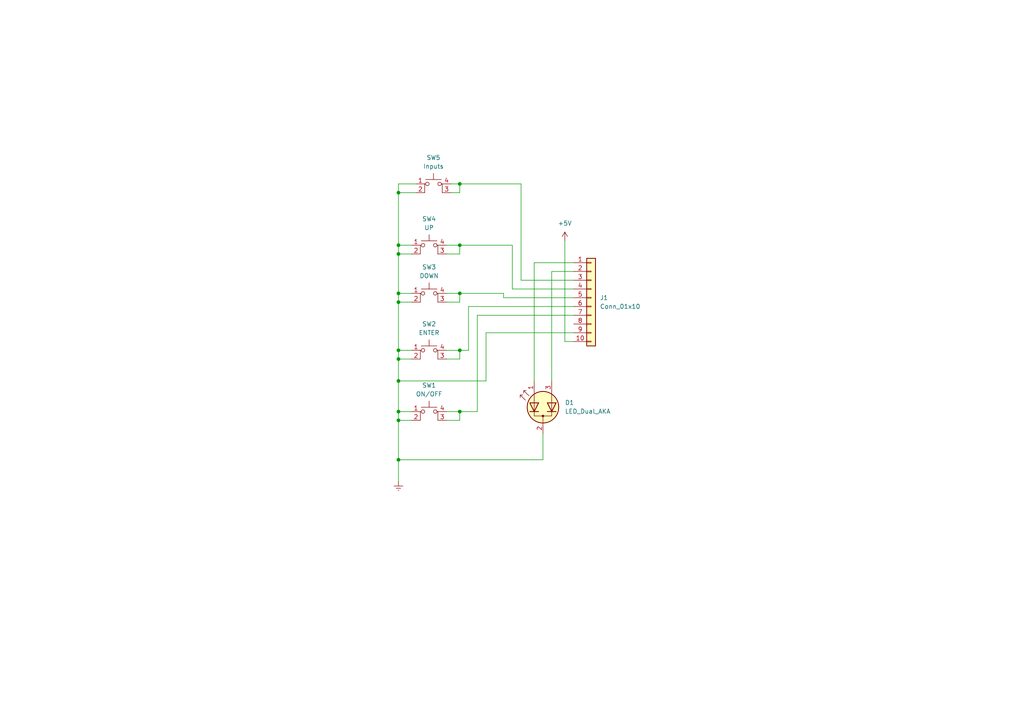
<source format=kicad_sch>
(kicad_sch (version 20230121) (generator eeschema)
  (paper "A4")
  (lib_symbols
    (symbol "Connector_Generic:Conn_01x10" (pin_names (offset 1.016) hide)
      (property "Reference" "J" (at 0 12.7 0))
      (property "Value" "Conn_01x10" (at 0 -15.24 0))
      (symbol "Conn_01x10_1_1"
        (rectangle (start -1.27 -12.573) (end 0 -12.827) (stroke (width 0.1524)))
        (rectangle (start -1.27 -10.033) (end 0 -10.287) (stroke (width 0.1524)))
        (rectangle (start -1.27 -7.493) (end 0 -7.747) (stroke (width 0.1524)))
        (rectangle (start -1.27 -4.953) (end 0 -5.207) (stroke (width 0.1524)))
        (rectangle (start -1.27 -2.413) (end 0 -2.667) (stroke (width 0.1524)))
        (rectangle (start -1.27 0.127) (end 0 -0.127) (stroke (width 0.1524)))
        (rectangle (start -1.27 2.667) (end 0 2.413) (stroke (width 0.1524)))
        (rectangle (start -1.27 5.207) (end 0 4.953) (stroke (width 0.1524)))
        (rectangle (start -1.27 7.747) (end 0 7.493) (stroke (width 0.1524)))
        (rectangle (start -1.27 10.287) (end 0 10.033) (stroke (width 0.1524)))
        (rectangle (start -1.27 11.43) (end 1.27 -13.97) (stroke (width 0.254)) (fill (type background)))
        (pin passive line (at -5.08 10.16 0) (length 3.81) (name "Pin_1") (number "1"))
        (pin passive line (at -5.08 -12.7 0) (length 3.81) (name "Pin_10") (number "10"))
        (pin passive line (at -5.08 7.62 0) (length 3.81) (name "Pin_2") (number "2"))
        (pin passive line (at -5.08 5.08 0) (length 3.81) (name "Pin_3") (number "3"))
        (pin passive line (at -5.08 2.54 0) (length 3.81) (name "Pin_4") (number "4"))
        (pin passive line (at -5.08 0 0) (length 3.81) (name "Pin_5") (number "5"))
        (pin passive line (at -5.08 -2.54 0) (length 3.81) (name "Pin_6") (number "6"))
        (pin passive line (at -5.08 -5.08 0) (length 3.81) (name "Pin_7") (number "7"))
        (pin passive line (at -5.08 -7.62 0) (length 3.81) (name "Pin_8") (number "8"))
        (pin passive line (at -5.08 -10.16 0) (length 3.81) (name "Pin_9") (number "9"))
      )
    )
    (symbol "Device:LED_Dual_AKA" (pin_names (offset 0) hide)
      (property "Reference" "D" (at 0 5.715 0))
      (property "Value" "LED_Dual_AKA" (at 0 -6.35 0))
      (symbol "LED_Dual_AKA_0_1"
        (circle (center -2.54 0) (radius 0.2794) (fill (type outline)))
        (polyline (pts (xy -4.572 0) (xy -2.54 0)))
        (polyline (pts (xy -1.27 -1.27) (xy -1.27 -3.81)) (stroke (width 0.254)))
        (polyline (pts (xy -1.27 1.27) (xy -1.27 3.81)) (stroke (width 0.254)))
        (polyline (pts (xy 3.81 -2.54) (xy 1.905 -2.54)))
        (polyline (pts (xy 3.81 2.54) (xy 1.905 2.54)))
        (polyline (pts (xy 1.27 -3.81) (xy 1.27 -1.27) (xy -1.27 -2.54) (xy 1.27 -3.81)) (stroke (width 0.254)))
        (polyline (pts (xy 1.27 1.27) (xy 1.27 3.81) (xy -1.27 2.54) (xy 1.27 1.27)) (stroke (width 0.254)))
        (polyline (pts (xy 2.032 2.54) (xy -2.54 2.54) (xy -2.54 -2.54) (xy 2.032 -2.54)))
        (polyline (pts (xy 2.032 5.08) (xy 3.556 6.604) (xy 2.794 6.604) (xy 3.556 6.604) (xy 3.556 5.842)))
        (polyline (pts (xy 3.302 4.064) (xy 4.826 5.588) (xy 4.064 5.588) (xy 4.826 5.588) (xy 4.826 4.826)))
        (circle (center 0 0) (radius 4.572) (stroke (width 0.254)) (fill (type background)))
      )
      (symbol "LED_Dual_AKA_1_1"
        (pin input line (at 7.62 2.54 180) (length 3.81) (name "A1") (number "1"))
        (pin input line (at -7.62 0 0) (length 3.048) (name "K") (number "2"))
        (pin input line (at 7.62 -2.54 180) (length 3.81) (name "A2") (number "3"))
      )
    )
    (symbol "Switch:SW_MEC_5E" (pin_names (offset 1.016) hide)
      (property "Reference" "SW" (at 0.635 5.715 0))
      (property "Value" "SW_MEC_5E" (at 0 -3.175 0))
      (symbol "SW_MEC_5E_0_1"
        (circle (center -1.778 2.54) (radius 0.508))
        (polyline (pts (xy -2.286 3.81) (xy 2.286 3.81)))
        (polyline (pts (xy 0 3.81) (xy 0 5.588)))
        (polyline (pts (xy -2.54 0) (xy -2.54 2.54) (xy -2.286 2.54)))
        (polyline (pts (xy 2.54 0) (xy 2.54 2.54) (xy 2.286 2.54)))
        (circle (center 1.778 2.54) (radius 0.508))
        (pin passive line (at -5.08 2.54 0) (length 2.54) (name "1") (number "1"))
        (pin passive line (at -5.08 0 0) (length 2.54) (name "2") (number "2"))
        (pin passive line (at 5.08 0 180) (length 2.54) (name "K") (number "3"))
        (pin passive line (at 5.08 2.54 180) (length 2.54) (name "A") (number "4"))
      )
    )
    (symbol "power:+5V" (power) (pin_names (offset 0))
      (property "Value" "+5V" (at 0 3.556 0))
      (symbol "+5V_0_1"
        (polyline (pts (xy -0.762 1.27) (xy 0 2.54)))
        (polyline (pts (xy 0 0) (xy 0 2.54)))
        (polyline (pts (xy 0 2.54) (xy 0.762 1.27)))
      )
      (symbol "+5V_1_1"
        (pin power_in line (at 0 0 90) (length 0) hide (name "+5V") (number "1"))
      )
    )
    (symbol "power:GNDREF" (power) (pin_names (offset 0))
      (property "Value" "GNDREF" (at 0 -3.81 0))
      (symbol "GNDREF_0_1"
        (polyline (pts (xy -0.635 -1.905) (xy 0.635 -1.905)))
        (polyline (pts (xy -0.127 -2.54) (xy 0.127 -2.54)))
        (polyline (pts (xy 0 -1.27) (xy 0 0)))
        (polyline (pts (xy 1.27 -1.27) (xy -1.27 -1.27)))
      )
      (symbol "GNDREF_1_1"
        (pin power_in line (at 0 0 270) (length 0) hide (name "GNDREF") (number "1"))
      )
    )
  )
  (junction (at 133.35 119.38))
  (junction (at 115.57 119.38))
  (junction (at 115.57 73.66))
  (junction (at 115.57 87.63))
  (junction (at 133.35 53.34))
  (junction (at 115.57 110.49))
  (junction (at 133.35 85.09))
  (junction (at 115.57 55.88))
  (junction (at 115.57 121.92))
  (junction (at 133.35 101.6))
  (junction (at 115.57 133.35))
  (junction (at 115.57 85.09))
  (junction (at 115.57 104.14))
  (junction (at 115.57 101.6))
  (junction (at 115.57 71.12))
  (junction (at 133.35 71.12))
  (wire (pts (xy 115.57 133.35) (xy 157.48 133.35)))
  (wire (pts (xy 160.02 78.74) (xy 166.37 78.74)))
  (wire (pts (xy 133.35 119.38) (xy 133.35 121.92)))
  (wire (pts (xy 115.57 87.63) (xy 119.38 87.63)))
  (wire (pts (xy 157.48 125.73) (xy 157.48 133.35)))
  (wire (pts (xy 129.54 73.66) (xy 133.35 73.66)))
  (wire (pts (xy 115.57 85.09) (xy 115.57 87.63)))
  (wire (pts (xy 115.57 121.92) (xy 119.38 121.92)))
  (wire (pts (xy 129.54 104.14) (xy 133.35 104.14)))
  (wire (pts (xy 115.57 71.12) (xy 119.38 71.12)))
  (wire (pts (xy 138.43 91.44) (xy 166.37 91.44)))
  (wire (pts (xy 133.35 85.09) (xy 133.35 87.63)))
  (wire (pts (xy 115.57 71.12) (xy 115.57 73.66)))
  (wire (pts (xy 146.05 85.09) (xy 146.05 86.36)))
  (wire (pts (xy 133.35 71.12) (xy 133.35 73.66)))
  (wire (pts (xy 115.57 101.6) (xy 119.38 101.6)))
  (wire (pts (xy 115.57 53.34) (xy 120.65 53.34)))
  (wire (pts (xy 115.57 119.38) (xy 115.57 121.92)))
  (wire (pts (xy 151.13 81.28) (xy 166.37 81.28)))
  (wire (pts (xy 115.57 133.35) (xy 115.57 121.92)))
  (wire (pts (xy 115.57 110.49) (xy 115.57 119.38)))
  (wire (pts (xy 163.83 99.06) (xy 166.37 99.06)))
  (wire (pts (xy 129.54 121.92) (xy 133.35 121.92)))
  (wire (pts (xy 160.02 78.74) (xy 160.02 110.49)))
  (wire (pts (xy 129.54 87.63) (xy 133.35 87.63)))
  (wire (pts (xy 133.35 119.38) (xy 138.43 119.38)))
  (wire (pts (xy 129.54 119.38) (xy 133.35 119.38)))
  (wire (pts (xy 115.57 73.66) (xy 115.57 85.09)))
  (wire (pts (xy 133.35 101.6) (xy 133.35 104.14)))
  (wire (pts (xy 115.57 104.14) (xy 115.57 110.49)))
  (wire (pts (xy 163.83 69.85) (xy 163.83 99.06)))
  (wire (pts (xy 130.81 53.34) (xy 133.35 53.34)))
  (wire (pts (xy 140.97 96.52) (xy 166.37 96.52)))
  (wire (pts (xy 129.54 71.12) (xy 133.35 71.12)))
  (wire (pts (xy 115.57 53.34) (xy 115.57 55.88)))
  (wire (pts (xy 140.97 96.52) (xy 140.97 110.49)))
  (wire (pts (xy 135.89 88.9) (xy 166.37 88.9)))
  (wire (pts (xy 133.35 53.34) (xy 151.13 53.34)))
  (wire (pts (xy 148.59 71.12) (xy 148.59 83.82)))
  (wire (pts (xy 129.54 85.09) (xy 133.35 85.09)))
  (wire (pts (xy 129.54 101.6) (xy 133.35 101.6)))
  (wire (pts (xy 151.13 53.34) (xy 151.13 81.28)))
  (wire (pts (xy 146.05 86.36) (xy 166.37 86.36)))
  (wire (pts (xy 115.57 87.63) (xy 115.57 101.6)))
  (wire (pts (xy 115.57 110.49) (xy 140.97 110.49)))
  (wire (pts (xy 115.57 104.14) (xy 119.38 104.14)))
  (wire (pts (xy 133.35 85.09) (xy 146.05 85.09)))
  (wire (pts (xy 138.43 91.44) (xy 138.43 119.38)))
  (wire (pts (xy 115.57 139.7) (xy 115.57 133.35)))
  (wire (pts (xy 115.57 101.6) (xy 115.57 104.14)))
  (wire (pts (xy 115.57 55.88) (xy 120.65 55.88)))
  (wire (pts (xy 115.57 73.66) (xy 119.38 73.66)))
  (wire (pts (xy 135.89 88.9) (xy 135.89 101.6)))
  (wire (pts (xy 115.57 85.09) (xy 119.38 85.09)))
  (wire (pts (xy 154.94 76.2) (xy 154.94 110.49)))
  (wire (pts (xy 115.57 119.38) (xy 119.38 119.38)))
  (wire (pts (xy 148.59 83.82) (xy 166.37 83.82)))
  (wire (pts (xy 133.35 53.34) (xy 133.35 55.88)))
  (wire (pts (xy 130.81 55.88) (xy 133.35 55.88)))
  (wire (pts (xy 154.94 76.2) (xy 166.37 76.2)))
  (wire (pts (xy 115.57 55.88) (xy 115.57 71.12)))
  (wire (pts (xy 133.35 101.6) (xy 135.89 101.6)))
  (wire (pts (xy 133.35 71.12) (xy 148.59 71.12)))
  (symbol (lib_id "Switch:SW_MEC_5E") (at 124.46 104.14 0) (unit 1)
    (property "Reference" "SW2" (at 124.46 93.98 0))
    (property "Value" "ENTER" (at 124.46 96.52 0))
    (property "Footprint" "Button_Switch_THT:SW_PUSH_6mm" (effects hide))
    (property "Datasheet" "http://www.apem.com/int/index.php?controller=attachment&id_attachment=1371" (effects hide))
  )
  (symbol (lib_id "Connector_Generic:Conn_01x10") (at 171.45 86.36 0) (unit 1)
    (property "Reference" "J1" (at 173.99 86.36 0) (effects (justify left)))
    (property "Value" "Conn_01x10" (at 173.99 88.9 0) (effects (justify left)))
  )
  (symbol (lib_id "power:GNDREF") (at 115.57 139.7 0) (unit 1)
    (property "Reference" "#PWR01" (effects hide))
    (property "Value" "GNDREF" (effects hide))
  )
  (symbol (lib_id "Switch:SW_MEC_5E") (at 125.73 55.88 0) (unit 1)
    (property "Reference" "SW5" (at 125.73 45.72 0))
    (property "Value" "Inputs" (at 125.73 48.26 0))
    (property "Footprint" "Button_Switch_THT:SW_PUSH_6mm" (effects hide))
    (property "Datasheet" "http://www.apem.com/int/index.php?controller=attachment&id_attachment=1371" (effects hide))
  )
  (symbol (lib_id "Switch:SW_MEC_5E") (at 124.46 73.66 0) (unit 1)
    (property "Reference" "SW4" (at 124.46 63.5 0))
    (property "Value" "UP" (at 124.46 66.04 0))
    (property "Footprint" "Button_Switch_THT:SW_PUSH_6mm" (effects hide))
    (property "Datasheet" "http://www.apem.com/int/index.php?controller=attachment&id_attachment=1371" (effects hide))
  )
  (symbol (lib_id "Device:LED_Dual_AKA") (at 157.48 118.11 90) (unit 1)
    (property "Reference" "D1" (at 163.83 116.7765 90) (effects (justify right)))
    (property "Value" "LED_Dual_AKA" (at 163.83 119.3165 90) (effects (justify right)))
  )
  (symbol (lib_id "power:+5V") (at 163.83 69.85 0) (unit 1)
    (property "Reference" "#PWR02" (effects hide))
    (property "Value" "+5V" (at 163.83 64.77 0))
  )
  (symbol (lib_id "Switch:SW_MEC_5E") (at 124.46 121.92 0) (unit 1)
    (property "Reference" "SW1" (at 124.46 111.76 0))
    (property "Value" "ON/OFF" (at 124.46 114.3 0))
    (property "Footprint" "Button_Switch_THT:SW_PUSH_6mm" (effects hide))
    (property "Datasheet" "http://www.apem.com/int/index.php?controller=attachment&id_attachment=1371" (effects hide))
  )
  (symbol (lib_id "Switch:SW_MEC_5E") (at 124.46 87.63 0) (unit 1)
    (property "Reference" "SW3" (at 124.46 77.47 0))
    (property "Value" "DOWN" (at 124.46 80.01 0))
    (property "Footprint" "Button_Switch_THT:SW_PUSH_6mm" (effects hide))
    (property "Datasheet" "http://www.apem.com/int/index.php?controller=attachment&id_attachment=1371" (effects hide))
  )
)
</source>
